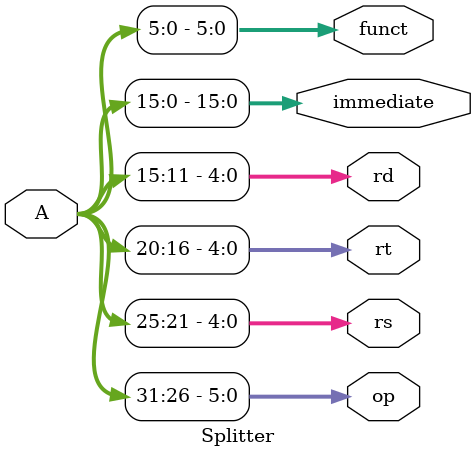
<source format=v>
`timescale 1ns / 1ps
module Splitter(
	 input [31:0] A,
    output [31:26] op,
    output [25:21] rs,
    output [20:16] rt,
    output [15:11] rd,
    output [15:0] immediate,
    output [5:0] funct
    );
	 assign {op,rs,rt,immediate}=A;
	 assign rd=A[15:11];
	 assign funct=A[5:0];

endmodule

</source>
